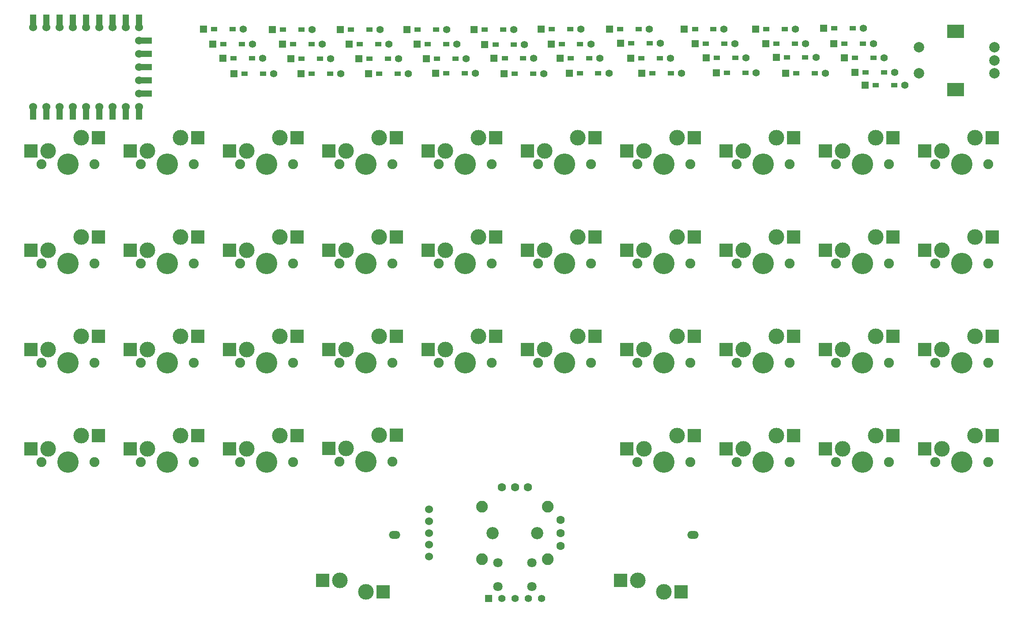
<source format=gbr>
%TF.GenerationSoftware,KiCad,Pcbnew,7.0.8*%
%TF.CreationDate,2024-05-12T08:22:54+09:00*%
%TF.ProjectId,ckb6,636b6236-2e6b-4696-9361-645f70636258,rev?*%
%TF.SameCoordinates,Original*%
%TF.FileFunction,Soldermask,Bot*%
%TF.FilePolarity,Negative*%
%FSLAX46Y46*%
G04 Gerber Fmt 4.6, Leading zero omitted, Abs format (unit mm)*
G04 Created by KiCad (PCBNEW 7.0.8) date 2024-05-12 08:22:54*
%MOMM*%
%LPD*%
G01*
G04 APERTURE LIST*
%ADD10R,1.397000X1.397000*%
%ADD11R,1.300000X0.950000*%
%ADD12C,1.397000*%
%ADD13C,1.900000*%
%ADD14C,3.000000*%
%ADD15C,4.100000*%
%ADD16R,2.550000X2.500000*%
%ADD17C,2.250000*%
%ADD18C,2.350000*%
%ADD19C,1.524000*%
%ADD20C,1.600000*%
%ADD21C,1.800000*%
%ADD22O,2.200000X1.500000*%
%ADD23R,2.600000X2.600000*%
%ADD24C,2.000000*%
%ADD25R,3.200000X2.500000*%
%ADD26R,1.200000X2.000000*%
%ADD27R,2.000000X1.200000*%
G04 APERTURE END LIST*
D10*
%TO.C,D16*%
X72975000Y142380000D03*
D11*
X75010000Y142380000D03*
X78560000Y142380000D03*
D12*
X80595000Y142380000D03*
%TD*%
D13*
%TO.C,SW301*%
X-55820000Y81200000D03*
D14*
X-58360000Y86280000D03*
D15*
X-60900000Y81200000D03*
D14*
X-64710000Y83740000D03*
D13*
X-65980000Y81200000D03*
D16*
X-67985000Y83740000D03*
X-55058000Y86280000D03*
%TD*%
D13*
%TO.C,SW1*%
X-55820000Y119300000D03*
D14*
X-58360000Y124380000D03*
D15*
X-60900000Y119300000D03*
D14*
X-64710000Y121840000D03*
D13*
X-65980000Y119300000D03*
D16*
X-67985000Y121840000D03*
X-55058000Y124380000D03*
%TD*%
D10*
%TO.C,D303*%
X35240000Y136700000D03*
D11*
X37275000Y136700000D03*
X40825000Y136700000D03*
D12*
X42860000Y136700000D03*
%TD*%
D13*
%TO.C,SW27*%
X115630000Y81200000D03*
D14*
X113090000Y86280000D03*
D15*
X110550000Y81200000D03*
D14*
X106740000Y83740000D03*
D13*
X105470000Y81200000D03*
D16*
X103465000Y83740000D03*
X116392000Y86280000D03*
%TD*%
D13*
%TO.C,SW30*%
X1325000Y62160000D03*
D14*
X-1215000Y67240000D03*
D15*
X-3755000Y62160000D03*
D14*
X-7565000Y64700000D03*
D13*
X-8835000Y62160000D03*
D16*
X-10840000Y64700000D03*
X2087000Y67240000D03*
%TD*%
D10*
%TO.C,D15*%
X59395000Y142380000D03*
D11*
X61430000Y142380000D03*
X64980000Y142380000D03*
D12*
X67015000Y142380000D03*
%TD*%
D13*
%TO.C,SW17*%
X115630000Y100250000D03*
D14*
X113090000Y105330000D03*
D15*
X110550000Y100250000D03*
D14*
X106740000Y102790000D03*
D13*
X105470000Y100250000D03*
D16*
X103465000Y102790000D03*
X116392000Y105330000D03*
%TD*%
D13*
%TO.C,SW10*%
X-17720000Y100250000D03*
D14*
X-20260000Y105330000D03*
D15*
X-22800000Y100250000D03*
D14*
X-26610000Y102790000D03*
D13*
X-27880000Y100250000D03*
D16*
X-29885000Y102790000D03*
X-16958000Y105330000D03*
%TD*%
D13*
%TO.C,SW15*%
X77530000Y100250000D03*
D14*
X74990000Y105330000D03*
D15*
X72450000Y100250000D03*
D14*
X68640000Y102790000D03*
D13*
X67370000Y100250000D03*
D16*
X65365000Y102790000D03*
X78292000Y105330000D03*
%TD*%
D10*
%TO.C,D19*%
X-5080000Y139510000D03*
D11*
X-3045000Y139510000D03*
X505000Y139510000D03*
D12*
X2540000Y139510000D03*
%TD*%
D10*
%TO.C,D28*%
X-19765000Y142300000D03*
D11*
X-17730000Y142300000D03*
X-14180000Y142300000D03*
D12*
X-12145000Y142300000D03*
%TD*%
D13*
%TO.C,SW28*%
X-36770000Y100250000D03*
D14*
X-39310000Y105330000D03*
D15*
X-41850000Y100250000D03*
D14*
X-45660000Y102790000D03*
D13*
X-46930000Y100250000D03*
D16*
X-48935000Y102790000D03*
X-36008000Y105330000D03*
%TD*%
D10*
%TO.C,D5*%
X17030000Y145110000D03*
D11*
X19065000Y145110000D03*
X22615000Y145110000D03*
D12*
X24650000Y145110000D03*
%TD*%
D13*
%TO.C,SW19*%
X-17720000Y81200000D03*
D14*
X-20260000Y86280000D03*
D15*
X-22800000Y81200000D03*
D14*
X-26610000Y83740000D03*
D13*
X-27880000Y81200000D03*
D16*
X-29885000Y83740000D03*
X-16958000Y86280000D03*
%TD*%
D10*
%TO.C,D24*%
X61495000Y139670000D03*
D11*
X63530000Y139670000D03*
X67080000Y139670000D03*
D12*
X69115000Y139670000D03*
%TD*%
D10*
%TO.C,D14*%
X45075000Y142430000D03*
D11*
X47110000Y142430000D03*
X50660000Y142430000D03*
D12*
X52695000Y142430000D03*
%TD*%
D10*
%TO.C,D302*%
X-3205000Y136630000D03*
D11*
X-1170000Y136630000D03*
X2380000Y136630000D03*
D12*
X4415000Y136630000D03*
%TD*%
D13*
%TO.C,SW13*%
X39430000Y100250000D03*
D14*
X36890000Y105330000D03*
D15*
X34350000Y100250000D03*
D14*
X30540000Y102790000D03*
D13*
X29270000Y100250000D03*
D16*
X27265000Y102790000D03*
X40192000Y105330000D03*
%TD*%
D13*
%TO.C,SW9*%
X96580000Y119300000D03*
D14*
X94040000Y124380000D03*
D15*
X91500000Y119300000D03*
D14*
X87690000Y121840000D03*
D13*
X86420000Y119300000D03*
D16*
X84415000Y121840000D03*
X97342000Y124380000D03*
%TD*%
D10*
%TO.C,D21*%
X20845000Y139580000D03*
D11*
X22880000Y139580000D03*
X26430000Y139580000D03*
D12*
X28465000Y139580000D03*
%TD*%
D13*
%TO.C,SW31*%
X58480000Y62150000D03*
D14*
X55940000Y67230000D03*
D15*
X53400000Y62150000D03*
D14*
X49590000Y64690000D03*
D13*
X48320000Y62150000D03*
D16*
X46315000Y64690000D03*
X59242000Y67230000D03*
%TD*%
D10*
%TO.C,D20*%
X7870000Y139500000D03*
D11*
X9905000Y139500000D03*
X13455000Y139500000D03*
D12*
X15490000Y139500000D03*
%TD*%
D13*
%TO.C,SW202*%
X96580000Y62150000D03*
D14*
X94040000Y67230000D03*
D15*
X91500000Y62150000D03*
D14*
X87690000Y64690000D03*
D13*
X86420000Y62150000D03*
D16*
X84415000Y64690000D03*
X97342000Y67230000D03*
%TD*%
D10*
%TO.C,D26*%
X-29095000Y136590000D03*
D11*
X-27060000Y136590000D03*
X-23510000Y136590000D03*
D12*
X-21475000Y136590000D03*
%TD*%
D10*
%TO.C,D13*%
X31770000Y142280000D03*
D11*
X33805000Y142280000D03*
X37355000Y142280000D03*
D12*
X39390000Y142280000D03*
%TD*%
D10*
%TO.C,D1*%
X-34925000Y145170000D03*
D11*
X-32890000Y145170000D03*
X-29340000Y145170000D03*
D12*
X-27305000Y145170000D03*
%TD*%
D13*
%TO.C,SW29*%
X77530000Y62150000D03*
D14*
X74990000Y67230000D03*
D15*
X72450000Y62150000D03*
D14*
X68640000Y64690000D03*
D13*
X67370000Y62150000D03*
D16*
X65365000Y64690000D03*
X78292000Y67230000D03*
%TD*%
D13*
%TO.C,SW3*%
X-17720000Y119300000D03*
D14*
X-20260000Y124380000D03*
D15*
X-22800000Y119300000D03*
D14*
X-26610000Y121840000D03*
D13*
X-27880000Y119300000D03*
D16*
X-29885000Y121840000D03*
X-16958000Y124380000D03*
%TD*%
D13*
%TO.C,SW22*%
X39430000Y81200000D03*
D14*
X36890000Y86280000D03*
D15*
X34350000Y81200000D03*
D14*
X30540000Y83740000D03*
D13*
X29270000Y81200000D03*
D16*
X27265000Y83740000D03*
X40192000Y86280000D03*
%TD*%
D10*
%TO.C,D102*%
X-33095000Y142310000D03*
D11*
X-31060000Y142310000D03*
X-27510000Y142310000D03*
D12*
X-25475000Y142310000D03*
%TD*%
D10*
%TO.C,D23*%
X47045000Y139620000D03*
D11*
X49080000Y139620000D03*
X52630000Y139620000D03*
D12*
X54665000Y139620000D03*
%TD*%
D10*
%TO.C,D9*%
X70995000Y145190000D03*
D11*
X73030000Y145190000D03*
X76580000Y145190000D03*
D12*
X78615000Y145190000D03*
%TD*%
D13*
%TO.C,SW12*%
X20380000Y100250000D03*
D14*
X17840000Y105330000D03*
D15*
X15300000Y100250000D03*
D14*
X11490000Y102790000D03*
D13*
X10220000Y100250000D03*
D16*
X8215000Y102790000D03*
X21142000Y105330000D03*
%TD*%
D17*
%TO.C,J1*%
X18517500Y53520000D03*
X18517500Y43520000D03*
D18*
X20542500Y48520000D03*
X29142500Y48520000D03*
D17*
X31167500Y53520000D03*
X31167500Y43520000D03*
D19*
X8332500Y53028000D03*
D20*
X27342500Y57250000D03*
X33572500Y46020000D03*
D19*
X8332500Y50774000D03*
D20*
X24842500Y57250000D03*
D19*
X8332500Y48520000D03*
D20*
X33572500Y48520000D03*
D19*
X8332500Y46266000D03*
D21*
X21592500Y42770000D03*
X28092500Y42770000D03*
D19*
X8332500Y44012000D03*
D21*
X21592500Y38270000D03*
D20*
X22342500Y57250000D03*
D21*
X28092500Y38270000D03*
D20*
X33572500Y51020000D03*
%TD*%
D10*
%TO.C,D29*%
X63440000Y136760000D03*
D11*
X65475000Y136760000D03*
X69025000Y136760000D03*
D12*
X71060000Y136760000D03*
%TD*%
D13*
%TO.C,SW102*%
X-55820000Y100250000D03*
D14*
X-58360000Y105330000D03*
D15*
X-60900000Y100250000D03*
D14*
X-64710000Y102790000D03*
D13*
X-65980000Y100250000D03*
D16*
X-67985000Y102790000D03*
X-55058000Y105330000D03*
%TD*%
D10*
%TO.C,D101*%
X84025000Y145310000D03*
D11*
X86060000Y145310000D03*
X89610000Y145310000D03*
D12*
X91645000Y145310000D03*
%TD*%
D13*
%TO.C,SW6*%
X39430000Y119300000D03*
D14*
X36890000Y124380000D03*
D15*
X34350000Y119300000D03*
D14*
X30540000Y121840000D03*
D13*
X29270000Y119300000D03*
D16*
X27265000Y121840000D03*
X40192000Y124380000D03*
%TD*%
D10*
%TO.C,D22*%
X33505000Y139610000D03*
D11*
X35540000Y139610000D03*
X39090000Y139610000D03*
D12*
X41125000Y139610000D03*
%TD*%
D10*
%TO.C,D301*%
X-31155000Y139560000D03*
D11*
X-29120000Y139560000D03*
X-25570000Y139560000D03*
D12*
X-23535000Y139560000D03*
%TD*%
D10*
%TO.C,D27*%
X91980000Y134400000D03*
D11*
X94015000Y134400000D03*
X97565000Y134400000D03*
D12*
X99600000Y134400000D03*
%TD*%
D10*
%TO.C,D12*%
X19065000Y142220000D03*
D11*
X21100000Y142220000D03*
X24650000Y142220000D03*
D12*
X26685000Y142220000D03*
%TD*%
D14*
%TO.C,SW32*%
X-8755000Y39400000D03*
X-3755000Y37200000D03*
D22*
X1795000Y48100000D03*
D23*
X-12055000Y39400000D03*
X-455000Y37200000D03*
%TD*%
D13*
%TO.C,SW5*%
X20380000Y119300000D03*
D14*
X17840000Y124380000D03*
D15*
X15300000Y119300000D03*
D14*
X11490000Y121840000D03*
D13*
X10220000Y119300000D03*
D16*
X8215000Y121840000D03*
X21142000Y124380000D03*
%TD*%
D10*
%TO.C,TB1*%
X19762500Y35910000D03*
D12*
X22302500Y35910000D03*
X24842500Y35910000D03*
X27382500Y35910000D03*
X29922500Y35910000D03*
%TD*%
D10*
%TO.C,D3*%
X-8645000Y145060000D03*
D11*
X-6610000Y145060000D03*
X-3060000Y145060000D03*
D12*
X-1025000Y145060000D03*
%TD*%
D10*
%TO.C,D30*%
X9595000Y136660000D03*
D11*
X11630000Y136660000D03*
X15180000Y136660000D03*
D12*
X17215000Y136660000D03*
%TD*%
D10*
%TO.C,D8*%
X57335000Y145140000D03*
D11*
X59370000Y145140000D03*
X62920000Y145140000D03*
D12*
X64955000Y145140000D03*
%TD*%
D13*
%TO.C,SW24*%
X77530000Y81200000D03*
D14*
X74990000Y86280000D03*
D15*
X72450000Y81200000D03*
D14*
X68640000Y83740000D03*
D13*
X67370000Y81200000D03*
D16*
X65365000Y83740000D03*
X78292000Y86280000D03*
%TD*%
D13*
%TO.C,SW16*%
X96580000Y100250000D03*
D14*
X94040000Y105330000D03*
D15*
X91500000Y100250000D03*
D14*
X87690000Y102790000D03*
D13*
X86420000Y100250000D03*
D16*
X84415000Y102790000D03*
X97342000Y105330000D03*
%TD*%
D24*
%TO.C,SW33*%
X116850000Y136660000D03*
X116850000Y141660000D03*
X116850000Y139160000D03*
D25*
X109350000Y133560000D03*
X109350000Y144760000D03*
D24*
X102350000Y141660000D03*
X102350000Y136660000D03*
%TD*%
D10*
%TO.C,D201*%
X-16230000Y136630000D03*
D11*
X-14195000Y136630000D03*
X-10645000Y136630000D03*
D12*
X-8610000Y136630000D03*
%TD*%
D13*
%TO.C,SW23*%
X58480000Y81200000D03*
D14*
X55940000Y86280000D03*
D15*
X53400000Y81200000D03*
D14*
X49590000Y83740000D03*
D13*
X48320000Y81200000D03*
D16*
X46315000Y83740000D03*
X59242000Y86280000D03*
%TD*%
D13*
%TO.C,SW7*%
X58480000Y119300000D03*
D14*
X55940000Y124380000D03*
D15*
X53400000Y119300000D03*
D14*
X49590000Y121840000D03*
D13*
X48320000Y119300000D03*
D16*
X46315000Y121840000D03*
X59242000Y124380000D03*
%TD*%
D10*
%TO.C,D34*%
X88040000Y139690000D03*
D11*
X90075000Y139690000D03*
X93625000Y139690000D03*
D12*
X95660000Y139690000D03*
%TD*%
D10*
%TO.C,D4*%
X4100000Y145080000D03*
D11*
X6135000Y145080000D03*
X9685000Y145080000D03*
D12*
X11720000Y145080000D03*
%TD*%
D13*
%TO.C,SW14*%
X58480000Y100250000D03*
D14*
X55940000Y105330000D03*
D15*
X53400000Y100250000D03*
D14*
X49590000Y102790000D03*
D13*
X48320000Y100250000D03*
D16*
X46315000Y102790000D03*
X59242000Y105330000D03*
%TD*%
D13*
%TO.C,SW21*%
X20380000Y81200000D03*
D14*
X17840000Y86280000D03*
D15*
X15300000Y81200000D03*
D14*
X11490000Y83740000D03*
D13*
X10220000Y81200000D03*
D16*
X8215000Y83740000D03*
X21142000Y86280000D03*
%TD*%
D10*
%TO.C,D6*%
X29890000Y145160000D03*
D11*
X31925000Y145160000D03*
X35475000Y145160000D03*
D12*
X37510000Y145160000D03*
%TD*%
D13*
%TO.C,SW101*%
X115630000Y119300000D03*
D14*
X113090000Y124380000D03*
D15*
X110550000Y119300000D03*
D14*
X106740000Y121840000D03*
D13*
X105470000Y119300000D03*
D16*
X103465000Y121840000D03*
X116392000Y124380000D03*
%TD*%
D10*
%TO.C,D25*%
X74950000Y139710000D03*
D11*
X76985000Y139710000D03*
X80535000Y139710000D03*
D12*
X82570000Y139710000D03*
%TD*%
D13*
%TO.C,SW18*%
X-36770000Y81200000D03*
D14*
X-39310000Y86280000D03*
D15*
X-41850000Y81200000D03*
D14*
X-45660000Y83740000D03*
D13*
X-46930000Y81200000D03*
D16*
X-48935000Y83740000D03*
X-36008000Y86280000D03*
%TD*%
D10*
%TO.C,D31*%
X49145000Y136700000D03*
D11*
X51180000Y136700000D03*
X54730000Y136700000D03*
D12*
X56765000Y136700000D03*
%TD*%
D13*
%TO.C,SW302*%
X-17720000Y62150000D03*
D14*
X-20260000Y67230000D03*
D15*
X-22800000Y62150000D03*
D14*
X-26610000Y64690000D03*
D13*
X-27880000Y62150000D03*
D16*
X-29885000Y64690000D03*
X-16958000Y67230000D03*
%TD*%
D10*
%TO.C,D10*%
X-6995000Y142310000D03*
D11*
X-4960000Y142310000D03*
X-1410000Y142310000D03*
D12*
X625000Y142310000D03*
%TD*%
D10*
%TO.C,D7*%
X42985000Y145180000D03*
D11*
X45020000Y145180000D03*
X48570000Y145180000D03*
D12*
X50605000Y145180000D03*
%TD*%
D10*
%TO.C,D33*%
X90030000Y136880000D03*
D11*
X92065000Y136880000D03*
X95615000Y136880000D03*
D12*
X97650000Y136880000D03*
%TD*%
D13*
%TO.C,SW201*%
X-36770000Y62150000D03*
D14*
X-39310000Y67230000D03*
D15*
X-41850000Y62150000D03*
D14*
X-45660000Y64690000D03*
D13*
X-46930000Y62150000D03*
D16*
X-48935000Y64690000D03*
X-36008000Y67230000D03*
%TD*%
D13*
%TO.C,SW25*%
X96580000Y81200000D03*
D14*
X94040000Y86280000D03*
D15*
X91500000Y81200000D03*
D14*
X87690000Y83740000D03*
D13*
X86420000Y81200000D03*
D16*
X84415000Y83740000D03*
X97342000Y86280000D03*
%TD*%
D10*
%TO.C,D202*%
X76805000Y136710000D03*
D11*
X78840000Y136710000D03*
X82390000Y136710000D03*
D12*
X84425000Y136710000D03*
%TD*%
D10*
%TO.C,D2*%
X-21665000Y145110000D03*
D11*
X-19630000Y145110000D03*
X-16080000Y145110000D03*
D12*
X-14045000Y145110000D03*
%TD*%
D14*
%TO.C,SW303*%
X48400000Y39400000D03*
X53400000Y37200000D03*
D22*
X58950000Y48100000D03*
D23*
X45100000Y39400000D03*
X56700000Y37200000D03*
%TD*%
D13*
%TO.C,SW2*%
X-36770000Y119300000D03*
D14*
X-39310000Y124380000D03*
D15*
X-41850000Y119300000D03*
D14*
X-45660000Y121840000D03*
D13*
X-46930000Y119300000D03*
D16*
X-48935000Y121840000D03*
X-36008000Y124380000D03*
%TD*%
D10*
%TO.C,D11*%
X6040000Y142260000D03*
D11*
X8075000Y142260000D03*
X11625000Y142260000D03*
D12*
X13660000Y142260000D03*
%TD*%
D10*
%TO.C,D17*%
X86000000Y142340000D03*
D11*
X88035000Y142340000D03*
X91585000Y142340000D03*
D12*
X93620000Y142340000D03*
%TD*%
D13*
%TO.C,SW8*%
X77530000Y119300000D03*
D14*
X74990000Y124380000D03*
D15*
X72450000Y119300000D03*
D14*
X68640000Y121840000D03*
D13*
X67370000Y119300000D03*
D16*
X65365000Y121840000D03*
X78292000Y124380000D03*
%TD*%
D13*
%TO.C,SW20*%
X1330000Y81200000D03*
D14*
X-1210000Y86280000D03*
D15*
X-3750000Y81200000D03*
D14*
X-7560000Y83740000D03*
D13*
X-8830000Y81200000D03*
D16*
X-10835000Y83740000D03*
X2092000Y86280000D03*
%TD*%
D10*
%TO.C,D32*%
X22780000Y136650000D03*
D11*
X24815000Y136650000D03*
X28365000Y136650000D03*
D12*
X30400000Y136650000D03*
%TD*%
D10*
%TO.C,D18*%
X-18165000Y139500000D03*
D11*
X-16130000Y139500000D03*
X-12580000Y139500000D03*
D12*
X-10545000Y139500000D03*
%TD*%
D13*
%TO.C,SW34*%
X115630000Y62150000D03*
D14*
X113090000Y67230000D03*
D15*
X110550000Y62150000D03*
D14*
X106740000Y64690000D03*
D13*
X105470000Y62150000D03*
D16*
X103465000Y64690000D03*
X116392000Y67230000D03*
%TD*%
D13*
%TO.C,SW11*%
X1330000Y100250000D03*
D14*
X-1210000Y105330000D03*
D15*
X-3750000Y100250000D03*
D14*
X-7560000Y102790000D03*
D13*
X-8830000Y100250000D03*
D16*
X-10835000Y102790000D03*
X2092000Y105330000D03*
%TD*%
D13*
%TO.C,SW26*%
X-55820000Y62150000D03*
D14*
X-58360000Y67230000D03*
D15*
X-60900000Y62150000D03*
D14*
X-64710000Y64690000D03*
D13*
X-65980000Y62150000D03*
D16*
X-67985000Y64690000D03*
X-55058000Y67230000D03*
%TD*%
D13*
%TO.C,SW4*%
X1330000Y119300000D03*
D14*
X-1210000Y124380000D03*
D15*
X-3750000Y119300000D03*
D14*
X-7560000Y121840000D03*
D13*
X-8830000Y119300000D03*
D16*
X-10835000Y121840000D03*
X2092000Y124380000D03*
%TD*%
D19*
%TO.C,U1*%
X-67567500Y130260000D03*
D26*
X-67567500Y128790000D03*
D19*
X-65027500Y130260000D03*
D26*
X-65027500Y128790000D03*
D19*
X-62487500Y130260000D03*
D26*
X-62487500Y128790000D03*
D19*
X-59947500Y130260000D03*
D26*
X-59947500Y128790000D03*
D19*
X-57407500Y130260000D03*
D26*
X-57407500Y128790000D03*
D19*
X-54867500Y130260000D03*
D26*
X-54867500Y128790000D03*
D19*
X-52327500Y130260000D03*
D26*
X-52327500Y128790000D03*
D19*
X-49787500Y130260000D03*
D26*
X-49787500Y128790000D03*
D19*
X-47247500Y130260000D03*
D26*
X-47247500Y128790000D03*
D27*
X-45797500Y132800000D03*
D19*
X-47247500Y132800000D03*
D27*
X-45797500Y135340000D03*
D19*
X-47247500Y135340000D03*
D27*
X-45787500Y137880000D03*
D19*
X-47247500Y137880000D03*
D27*
X-45807500Y140420000D03*
D19*
X-47247500Y140420000D03*
D27*
X-45797500Y142960000D03*
D19*
X-47247500Y142960000D03*
D26*
X-47247500Y146970000D03*
D19*
X-47247500Y145500000D03*
D26*
X-49787500Y146970000D03*
D19*
X-49787500Y145500000D03*
D26*
X-52327500Y146970000D03*
D19*
X-52327500Y145500000D03*
D26*
X-54867500Y146970000D03*
D19*
X-54867500Y145500000D03*
D26*
X-57407500Y146970000D03*
D19*
X-57407500Y145500000D03*
D26*
X-59947500Y146970000D03*
D19*
X-59947500Y145500000D03*
D26*
X-62487500Y146970000D03*
D19*
X-62487500Y145500000D03*
D26*
X-65027500Y146970000D03*
D19*
X-65027500Y145500000D03*
D26*
X-67567500Y146970000D03*
D19*
X-67567500Y145500000D03*
%TD*%
M02*

</source>
